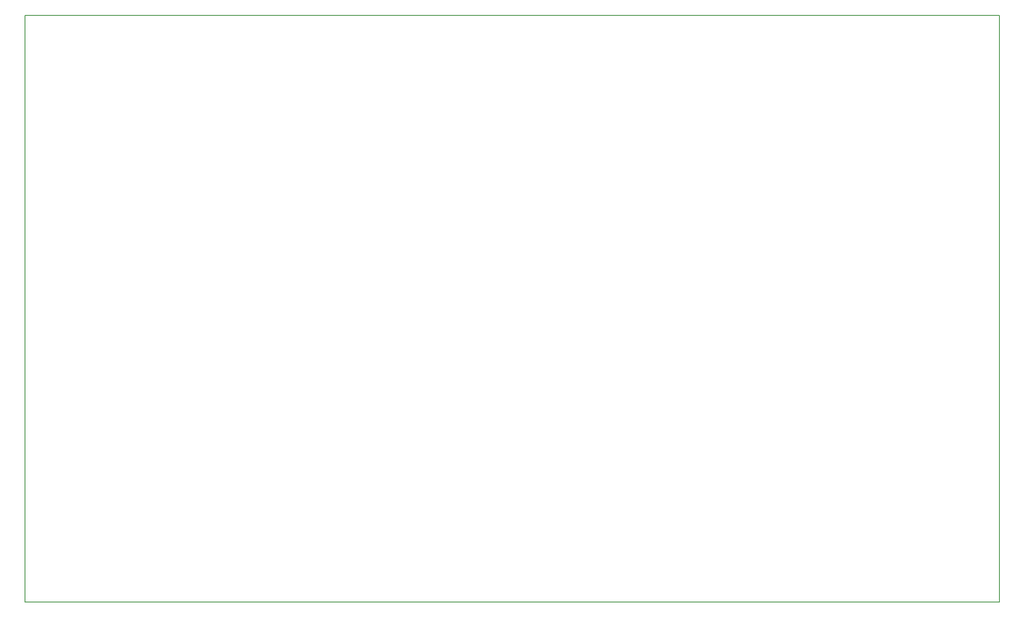
<source format=gko>
G04 #@! TF.GenerationSoftware,KiCad,Pcbnew,(5.0.1)-3*
G04 #@! TF.CreationDate,2018-12-09T17:04:29+00:00*
G04 #@! TF.ProjectId,8 Bit Computer,382042697420436F6D70757465722E6B,rev?*
G04 #@! TF.SameCoordinates,Original*
G04 #@! TF.FileFunction,Profile,NP*
%FSLAX46Y46*%
G04 Gerber Fmt 4.6, Leading zero omitted, Abs format (unit mm)*
G04 Created by KiCad (PCBNEW (5.0.1)-3) date 09/12/2018 17:04:29*
%MOMM*%
%LPD*%
G01*
G04 APERTURE LIST*
%ADD10C,0.200000*%
G04 APERTURE END LIST*
D10*
X241300000Y-142240000D02*
X241300000Y-22860000D01*
X43180000Y-142240000D02*
X241300000Y-142240000D01*
X43180000Y-22860000D02*
X43180000Y-142240000D01*
X241300000Y-22860000D02*
X43180000Y-22860000D01*
M02*

</source>
